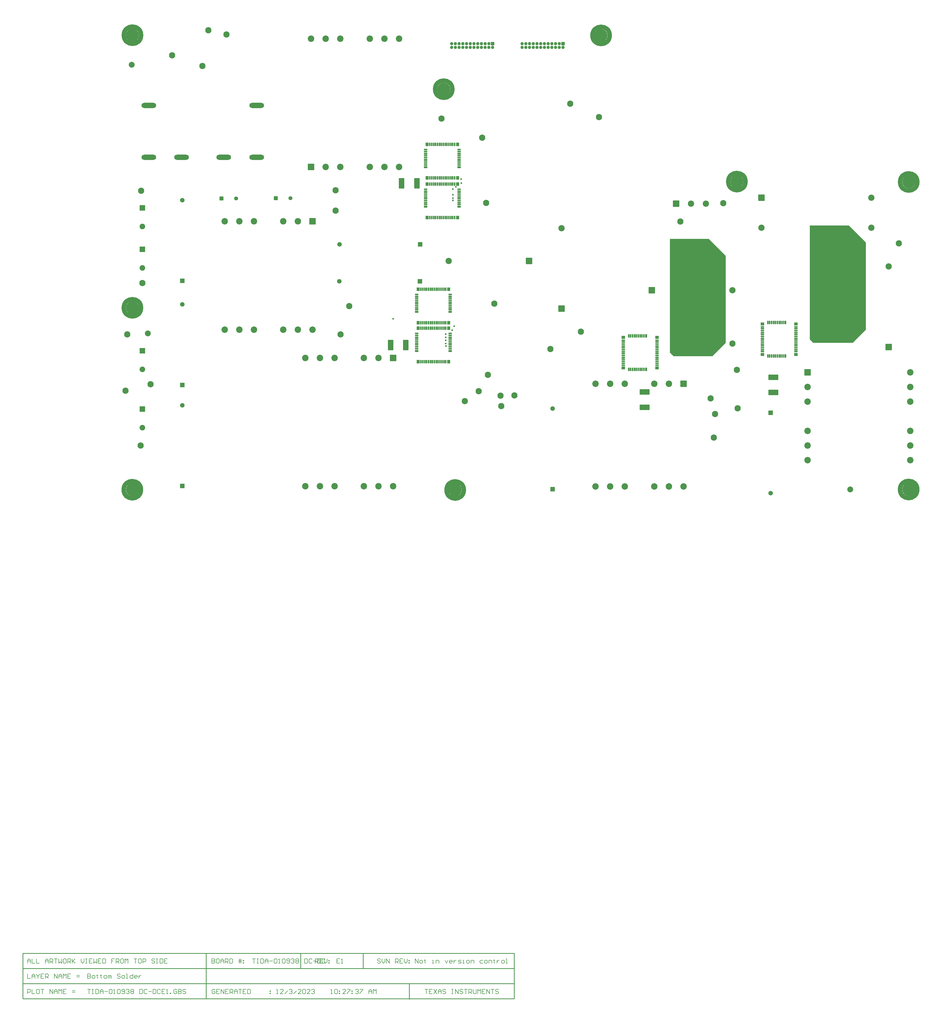
<source format=gbs>
G04*
G04 #@! TF.GenerationSoftware,Altium Limited,Altium Designer,23.1.1 (15)*
G04*
G04 Layer_Color=16711935*
%FSAX44Y44*%
%MOMM*%
G71*
G04*
G04 #@! TF.SameCoordinates,A3571568-9A21-437D-865F-2304E57EA7B7*
G04*
G04*
G04 #@! TF.FilePolarity,Negative*
G04*
G01*
G75*
%ADD22C,0.2540*%
%ADD28C,0.2032*%
%ADD97C,2.0000*%
%ADD101R,1.9000X1.9000*%
%ADD102C,1.9000*%
%ADD103C,2.1320*%
%ADD104C,1.1200*%
G04:AMPARAMS|DCode=105|XSize=1.12mm|YSize=1.12mm|CornerRadius=0.0504mm|HoleSize=0mm|Usage=FLASHONLY|Rotation=180.000|XOffset=0mm|YOffset=0mm|HoleType=Round|Shape=RoundedRectangle|*
%AMROUNDEDRECTD105*
21,1,1.1200,1.0192,0,0,180.0*
21,1,1.0192,1.1200,0,0,180.0*
1,1,0.1008,-0.5096,0.5096*
1,1,0.1008,0.5096,0.5096*
1,1,0.1008,0.5096,-0.5096*
1,1,0.1008,-0.5096,-0.5096*
%
%ADD105ROUNDEDRECTD105*%
G04:AMPARAMS|DCode=106|XSize=1.55mm|YSize=1.55mm|CornerRadius=0.0465mm|HoleSize=0mm|Usage=FLASHONLY|Rotation=90.000|XOffset=0mm|YOffset=0mm|HoleType=Round|Shape=RoundedRectangle|*
%AMROUNDEDRECTD106*
21,1,1.5500,1.4570,0,0,90.0*
21,1,1.4570,1.5500,0,0,90.0*
1,1,0.0930,0.7285,0.7285*
1,1,0.0930,0.7285,-0.7285*
1,1,0.0930,-0.7285,-0.7285*
1,1,0.0930,-0.7285,0.7285*
%
%ADD106ROUNDEDRECTD106*%
%ADD107C,1.5500*%
%ADD108C,1.3500*%
G04:AMPARAMS|DCode=109|XSize=1.35mm|YSize=1.35mm|CornerRadius=0.0472mm|HoleSize=0mm|Usage=FLASHONLY|Rotation=0.000|XOffset=0mm|YOffset=0mm|HoleType=Round|Shape=RoundedRectangle|*
%AMROUNDEDRECTD109*
21,1,1.3500,1.2555,0,0,0.0*
21,1,1.2555,1.3500,0,0,0.0*
1,1,0.0945,0.6278,-0.6278*
1,1,0.0945,-0.6278,-0.6278*
1,1,0.0945,-0.6278,0.6278*
1,1,0.0945,0.6278,0.6278*
%
%ADD109ROUNDEDRECTD109*%
G04:AMPARAMS|DCode=110|XSize=5mm|YSize=1.8mm|CornerRadius=0.9mm|HoleSize=0mm|Usage=FLASHONLY|Rotation=0.000|XOffset=0mm|YOffset=0mm|HoleType=Round|Shape=RoundedRectangle|*
%AMROUNDEDRECTD110*
21,1,5.0000,0.0000,0,0,0.0*
21,1,3.2000,1.8000,0,0,0.0*
1,1,1.8000,1.6000,0.0000*
1,1,1.8000,-1.6000,0.0000*
1,1,1.8000,-1.6000,0.0000*
1,1,1.8000,1.6000,0.0000*
%
%ADD110ROUNDEDRECTD110*%
G04:AMPARAMS|DCode=111|XSize=1.55mm|YSize=1.55mm|CornerRadius=0.0465mm|HoleSize=0mm|Usage=FLASHONLY|Rotation=180.000|XOffset=0mm|YOffset=0mm|HoleType=Round|Shape=RoundedRectangle|*
%AMROUNDEDRECTD111*
21,1,1.5500,1.4570,0,0,180.0*
21,1,1.4570,1.5500,0,0,180.0*
1,1,0.0930,-0.7285,0.7285*
1,1,0.0930,0.7285,0.7285*
1,1,0.0930,0.7285,-0.7285*
1,1,0.0930,-0.7285,-0.7285*
%
%ADD111ROUNDEDRECTD111*%
G04:AMPARAMS|DCode=112|XSize=2.15mm|YSize=2.15mm|CornerRadius=0.0538mm|HoleSize=0mm|Usage=FLASHONLY|Rotation=0.000|XOffset=0mm|YOffset=0mm|HoleType=Round|Shape=RoundedRectangle|*
%AMROUNDEDRECTD112*
21,1,2.1500,2.0425,0,0,0.0*
21,1,2.0425,2.1500,0,0,0.0*
1,1,0.1075,1.0213,-1.0213*
1,1,0.1075,-1.0213,-1.0213*
1,1,0.1075,-1.0213,1.0213*
1,1,0.1075,1.0213,1.0213*
%
%ADD112ROUNDEDRECTD112*%
%ADD113C,2.1500*%
%ADD114C,2.2000*%
G04:AMPARAMS|DCode=115|XSize=2.2mm|YSize=2.2mm|CornerRadius=0.055mm|HoleSize=0mm|Usage=FLASHONLY|Rotation=270.000|XOffset=0mm|YOffset=0mm|HoleType=Round|Shape=RoundedRectangle|*
%AMROUNDEDRECTD115*
21,1,2.2000,2.0900,0,0,270.0*
21,1,2.0900,2.2000,0,0,270.0*
1,1,0.1100,-1.0450,-1.0450*
1,1,0.1100,-1.0450,1.0450*
1,1,0.1100,1.0450,1.0450*
1,1,0.1100,1.0450,-1.0450*
%
%ADD115ROUNDEDRECTD115*%
G04:AMPARAMS|DCode=116|XSize=2.2mm|YSize=2.2mm|CornerRadius=0.055mm|HoleSize=0mm|Usage=FLASHONLY|Rotation=0.000|XOffset=0mm|YOffset=0mm|HoleType=Round|Shape=RoundedRectangle|*
%AMROUNDEDRECTD116*
21,1,2.2000,2.0900,0,0,0.0*
21,1,2.0900,2.2000,0,0,0.0*
1,1,0.1100,1.0450,-1.0450*
1,1,0.1100,-1.0450,-1.0450*
1,1,0.1100,-1.0450,1.0450*
1,1,0.1100,1.0450,1.0450*
%
%ADD116ROUNDEDRECTD116*%
%ADD117C,4.4000*%
G04:AMPARAMS|DCode=118|XSize=2.15mm|YSize=2.15mm|CornerRadius=0.0538mm|HoleSize=0mm|Usage=FLASHONLY|Rotation=90.000|XOffset=0mm|YOffset=0mm|HoleType=Round|Shape=RoundedRectangle|*
%AMROUNDEDRECTD118*
21,1,2.1500,2.0425,0,0,90.0*
21,1,2.0425,2.1500,0,0,90.0*
1,1,0.1075,1.0213,1.0213*
1,1,0.1075,1.0213,-1.0213*
1,1,0.1075,-1.0213,-1.0213*
1,1,0.1075,-1.0213,1.0213*
%
%ADD118ROUNDEDRECTD118*%
%ADD119C,0.6080*%
%ADD124C,1.5000*%
G04:AMPARAMS|DCode=125|XSize=1.15mm|YSize=1.1mm|CornerRadius=0.0495mm|HoleSize=0mm|Usage=FLASHONLY|Rotation=180.000|XOffset=0mm|YOffset=0mm|HoleType=Round|Shape=RoundedRectangle|*
%AMROUNDEDRECTD125*
21,1,1.1500,1.0010,0,0,180.0*
21,1,1.0510,1.1000,0,0,180.0*
1,1,0.0990,-0.5255,0.5005*
1,1,0.0990,0.5255,0.5005*
1,1,0.0990,0.5255,-0.5005*
1,1,0.0990,-0.5255,-0.5005*
%
%ADD125ROUNDEDRECTD125*%
G04:AMPARAMS|DCode=126|XSize=1.15mm|YSize=0.45mm|CornerRadius=0.0495mm|HoleSize=0mm|Usage=FLASHONLY|Rotation=180.000|XOffset=0mm|YOffset=0mm|HoleType=Round|Shape=RoundedRectangle|*
%AMROUNDEDRECTD126*
21,1,1.1500,0.3510,0,0,180.0*
21,1,1.0510,0.4500,0,0,180.0*
1,1,0.0990,-0.5255,0.1755*
1,1,0.0990,0.5255,0.1755*
1,1,0.0990,0.5255,-0.1755*
1,1,0.0990,-0.5255,-0.1755*
%
%ADD126ROUNDEDRECTD126*%
G04:AMPARAMS|DCode=127|XSize=0.665mm|YSize=1.15mm|CornerRadius=0.0499mm|HoleSize=0mm|Usage=FLASHONLY|Rotation=180.000|XOffset=0mm|YOffset=0mm|HoleType=Round|Shape=RoundedRectangle|*
%AMROUNDEDRECTD127*
21,1,0.6650,1.0502,0,0,180.0*
21,1,0.5653,1.1500,0,0,180.0*
1,1,0.0998,-0.2826,0.5251*
1,1,0.0998,0.2826,0.5251*
1,1,0.0998,0.2826,-0.5251*
1,1,0.0998,-0.2826,-0.5251*
%
%ADD127ROUNDEDRECTD127*%
G04:AMPARAMS|DCode=128|XSize=0.45mm|YSize=1.15mm|CornerRadius=0.0495mm|HoleSize=0mm|Usage=FLASHONLY|Rotation=180.000|XOffset=0mm|YOffset=0mm|HoleType=Round|Shape=RoundedRectangle|*
%AMROUNDEDRECTD128*
21,1,0.4500,1.0510,0,0,180.0*
21,1,0.3510,1.1500,0,0,180.0*
1,1,0.0990,-0.1755,0.5255*
1,1,0.0990,0.1755,0.5255*
1,1,0.0990,0.1755,-0.5255*
1,1,0.0990,-0.1755,-0.5255*
%
%ADD128ROUNDEDRECTD128*%
G04:AMPARAMS|DCode=129|XSize=0.665mm|YSize=1.15mm|CornerRadius=0.0499mm|HoleSize=0mm|Usage=FLASHONLY|Rotation=90.000|XOffset=0mm|YOffset=0mm|HoleType=Round|Shape=RoundedRectangle|*
%AMROUNDEDRECTD129*
21,1,0.6650,1.0502,0,0,90.0*
21,1,0.5653,1.1500,0,0,90.0*
1,1,0.0998,0.5251,0.2826*
1,1,0.0998,0.5251,-0.2826*
1,1,0.0998,-0.5251,-0.2826*
1,1,0.0998,-0.5251,0.2826*
%
%ADD129ROUNDEDRECTD129*%
G04:AMPARAMS|DCode=130|XSize=0.45mm|YSize=1.15mm|CornerRadius=0.0495mm|HoleSize=0mm|Usage=FLASHONLY|Rotation=90.000|XOffset=0mm|YOffset=0mm|HoleType=Round|Shape=RoundedRectangle|*
%AMROUNDEDRECTD130*
21,1,0.4500,1.0510,0,0,90.0*
21,1,0.3510,1.1500,0,0,90.0*
1,1,0.0990,0.5255,0.1755*
1,1,0.0990,0.5255,-0.1755*
1,1,0.0990,-0.5255,-0.1755*
1,1,0.0990,-0.5255,0.1755*
%
%ADD130ROUNDEDRECTD130*%
G04:AMPARAMS|DCode=131|XSize=1.15mm|YSize=1.1mm|CornerRadius=0.0495mm|HoleSize=0mm|Usage=FLASHONLY|Rotation=90.000|XOffset=0mm|YOffset=0mm|HoleType=Round|Shape=RoundedRectangle|*
%AMROUNDEDRECTD131*
21,1,1.1500,1.0010,0,0,90.0*
21,1,1.0510,1.1000,0,0,90.0*
1,1,0.0990,0.5005,0.5255*
1,1,0.0990,0.5005,-0.5255*
1,1,0.0990,-0.5005,-0.5255*
1,1,0.0990,-0.5005,0.5255*
%
%ADD131ROUNDEDRECTD131*%
G04:AMPARAMS|DCode=132|XSize=1.15mm|YSize=0.45mm|CornerRadius=0.0495mm|HoleSize=0mm|Usage=FLASHONLY|Rotation=90.000|XOffset=0mm|YOffset=0mm|HoleType=Round|Shape=RoundedRectangle|*
%AMROUNDEDRECTD132*
21,1,1.1500,0.3510,0,0,90.0*
21,1,1.0510,0.4500,0,0,90.0*
1,1,0.0990,0.1755,0.5255*
1,1,0.0990,0.1755,-0.5255*
1,1,0.0990,-0.1755,-0.5255*
1,1,0.0990,-0.1755,0.5255*
%
%ADD132ROUNDEDRECTD132*%
G04:AMPARAMS|DCode=133|XSize=1.8mm|YSize=3.4mm|CornerRadius=0.054mm|HoleSize=0mm|Usage=FLASHONLY|Rotation=90.000|XOffset=0mm|YOffset=0mm|HoleType=Round|Shape=RoundedRectangle|*
%AMROUNDEDRECTD133*
21,1,1.8000,3.2920,0,0,90.0*
21,1,1.6920,3.4000,0,0,90.0*
1,1,0.1080,1.6460,0.8460*
1,1,0.1080,1.6460,-0.8460*
1,1,0.1080,-1.6460,-0.8460*
1,1,0.1080,-1.6460,0.8460*
%
%ADD133ROUNDEDRECTD133*%
G04:AMPARAMS|DCode=136|XSize=1.9mm|YSize=3.5mm|CornerRadius=0.104mm|HoleSize=0mm|Usage=FLASHONLY|Rotation=0.000|XOffset=0mm|YOffset=0mm|HoleType=Round|Shape=RoundedRectangle|*
%AMROUNDEDRECTD136*
21,1,1.9000,3.2920,0,0,0.0*
21,1,1.6920,3.5000,0,0,0.0*
1,1,0.2080,0.8460,-1.6460*
1,1,0.2080,-0.8460,-1.6460*
1,1,0.2080,-0.8460,1.6460*
1,1,0.2080,0.8460,1.6460*
%
%ADD136ROUNDEDRECTD136*%
G36*
X02075714Y00848180D02*
X02075714Y00550480D01*
X02030650Y00505416D01*
X01896767D01*
X01884549Y00517634D01*
Y00905748D01*
X02018146D01*
X02075714Y00848180D01*
D02*
G37*
G36*
X02553489Y00893376D02*
X02553489Y00595677D01*
X02508425Y00550612D01*
X02374542D01*
X02362324Y00562830D01*
Y00950944D01*
X02495921D01*
X02553489Y00893376D01*
D02*
G37*
G54D22*
X00995108Y-01689560D02*
Y-01638040D01*
X00693102Y-01687909D02*
X01352740D01*
Y-01532969D01*
X00301942Y-01687909D02*
Y-01532969D01*
X-00324168Y-01687909D02*
Y-01532969D01*
X-00324041Y-01687909D02*
X00076136D01*
X-00324041D02*
Y-01532969D01*
Y-01532969D02*
X01352740D01*
X-00324168Y-01687909D02*
X00693102D01*
X-00324168Y-01636262D02*
X01352232D01*
X-00324168Y-01584616D02*
X01352740D01*
X00623760D02*
Y-01532969D01*
X00837120Y-01584616D02*
Y-01532969D01*
G54D28*
X-00103442Y-01602822D02*
Y-01618057D01*
X-00095824D01*
X-00093285Y-01615518D01*
Y-01612979D01*
X-00095824Y-01610440D01*
X-00103442D01*
X-00095824D01*
X-00093285Y-01607901D01*
Y-01605361D01*
X-00095824Y-01602822D01*
X-00103442D01*
X-00085668Y-01618057D02*
X-00080589D01*
X-00078050Y-01615518D01*
Y-01610440D01*
X-00080589Y-01607901D01*
X-00085668D01*
X-00088207Y-01610440D01*
Y-01615518D01*
X-00085668Y-01618057D01*
X-00070433Y-01605361D02*
Y-01607901D01*
X-00072972D01*
X-00067894D01*
X-00070433D01*
Y-01615518D01*
X-00067894Y-01618057D01*
X-00057737Y-01605361D02*
Y-01607901D01*
X-00060276D01*
X-00055198D01*
X-00057737D01*
Y-01615518D01*
X-00055198Y-01618057D01*
X-00045041D02*
X-00039962D01*
X-00037423Y-01615518D01*
Y-01610440D01*
X-00039962Y-01607901D01*
X-00045041D01*
X-00047580Y-01610440D01*
Y-01615518D01*
X-00045041Y-01618057D01*
X-00032345D02*
Y-01607901D01*
X-00029806D01*
X-00027267Y-01610440D01*
Y-01618057D01*
Y-01610440D01*
X-00024727Y-01607901D01*
X-00022188Y-01610440D01*
Y-01618057D01*
X00008282Y-01605361D02*
X00005743Y-01602822D01*
X00000664D01*
X-00001875Y-01605361D01*
Y-01607901D01*
X00000664Y-01610440D01*
X00005743D01*
X00008282Y-01612979D01*
Y-01615518D01*
X00005743Y-01618057D01*
X00000664D01*
X-00001875Y-01615518D01*
X00015899Y-01618057D02*
X00020978D01*
X00023517Y-01615518D01*
Y-01610440D01*
X00020978Y-01607901D01*
X00015899D01*
X00013360Y-01610440D01*
Y-01615518D01*
X00015899Y-01618057D01*
X00028595D02*
X00033674D01*
X00031135D01*
Y-01602822D01*
X00028595D01*
X00051448D02*
Y-01618057D01*
X00043830D01*
X00041291Y-01615518D01*
Y-01610440D01*
X00043830Y-01607901D01*
X00051448D01*
X00064144Y-01618057D02*
X00059065D01*
X00056526Y-01615518D01*
Y-01610440D01*
X00059065Y-01607901D01*
X00064144D01*
X00066683Y-01610440D01*
Y-01612979D01*
X00056526D01*
X00071761Y-01607901D02*
Y-01618057D01*
Y-01612979D01*
X00074300Y-01610440D01*
X00076840Y-01607901D01*
X00079379D01*
X01048702Y-01655106D02*
X01058859D01*
X01053780D01*
Y-01670341D01*
X01074094Y-01655106D02*
X01063937D01*
Y-01670341D01*
X01074094D01*
X01063937Y-01662724D02*
X01069015D01*
X01079172Y-01655106D02*
X01089329Y-01670341D01*
Y-01655106D02*
X01079172Y-01670341D01*
X01094407D02*
Y-01660184D01*
X01099486Y-01655106D01*
X01104564Y-01660184D01*
Y-01670341D01*
Y-01662724D01*
X01094407D01*
X01119799Y-01657645D02*
X01117260Y-01655106D01*
X01112181D01*
X01109642Y-01657645D01*
Y-01660184D01*
X01112181Y-01662724D01*
X01117260D01*
X01119799Y-01665263D01*
Y-01667802D01*
X01117260Y-01670341D01*
X01112181D01*
X01109642Y-01667802D01*
X01140113Y-01655106D02*
X01145191D01*
X01142652D01*
Y-01670341D01*
X01140113D01*
X01145191D01*
X01152808D02*
Y-01655106D01*
X01162965Y-01670341D01*
Y-01655106D01*
X01178200Y-01657645D02*
X01175661Y-01655106D01*
X01170583D01*
X01168043Y-01657645D01*
Y-01660184D01*
X01170583Y-01662724D01*
X01175661D01*
X01178200Y-01665263D01*
Y-01667802D01*
X01175661Y-01670341D01*
X01170583D01*
X01168043Y-01667802D01*
X01183279Y-01655106D02*
X01193435D01*
X01188357D01*
Y-01670341D01*
X01198514D02*
Y-01655106D01*
X01206131D01*
X01208670Y-01657645D01*
Y-01662724D01*
X01206131Y-01665263D01*
X01198514D01*
X01203592D02*
X01208670Y-01670341D01*
X01213749Y-01655106D02*
Y-01667802D01*
X01216288Y-01670341D01*
X01221366D01*
X01223905Y-01667802D01*
Y-01655106D01*
X01228984Y-01670341D02*
Y-01655106D01*
X01234062Y-01660184D01*
X01239140Y-01655106D01*
Y-01670341D01*
X01254376Y-01655106D02*
X01244219D01*
Y-01670341D01*
X01254376D01*
X01244219Y-01662724D02*
X01249297D01*
X01259454Y-01670341D02*
Y-01655106D01*
X01269611Y-01670341D01*
Y-01655106D01*
X01274689D02*
X01284846D01*
X01279767D01*
Y-01670341D01*
X01300081Y-01657645D02*
X01297542Y-01655106D01*
X01292463D01*
X01289924Y-01657645D01*
Y-01660184D01*
X01292463Y-01662724D01*
X01297542D01*
X01300081Y-01665263D01*
Y-01667802D01*
X01297542Y-01670341D01*
X01292463D01*
X01289924Y-01667802D01*
X00727519Y-01670341D02*
X00732597D01*
X00730058D01*
Y-01655106D01*
X00727519Y-01657645D01*
X00740215D02*
X00742754Y-01655106D01*
X00747832D01*
X00750372Y-01657645D01*
Y-01667802D01*
X00747832Y-01670341D01*
X00742754D01*
X00740215Y-01667802D01*
Y-01657645D01*
X00755450Y-01660184D02*
X00757989D01*
Y-01662724D01*
X00755450D01*
Y-01660184D01*
Y-01667802D02*
X00757989D01*
Y-01670341D01*
X00755450D01*
Y-01667802D01*
X00778303Y-01670341D02*
X00768146D01*
X00778303Y-01660184D01*
Y-01657645D01*
X00775763Y-01655106D01*
X00770685D01*
X00768146Y-01657645D01*
X00783381Y-01655106D02*
X00793538D01*
Y-01657645D01*
X00783381Y-01667802D01*
Y-01670341D01*
X00798616Y-01660184D02*
X00801155D01*
Y-01662724D01*
X00798616D01*
Y-01660184D01*
Y-01667802D02*
X00801155D01*
Y-01670341D01*
X00798616D01*
Y-01667802D01*
X00811312Y-01657645D02*
X00813851Y-01655106D01*
X00818929D01*
X00821469Y-01657645D01*
Y-01660184D01*
X00818929Y-01662724D01*
X00816390D01*
X00818929D01*
X00821469Y-01665263D01*
Y-01667802D01*
X00818929Y-01670341D01*
X00813851D01*
X00811312Y-01667802D01*
X00826547Y-01655106D02*
X00836704D01*
Y-01657645D01*
X00826547Y-01667802D01*
Y-01670341D01*
X00857017D02*
Y-01660184D01*
X00862095Y-01655106D01*
X00867174Y-01660184D01*
Y-01670341D01*
Y-01662724D01*
X00857017D01*
X00872252Y-01670341D02*
Y-01655106D01*
X00877330Y-01660184D01*
X00882409Y-01655106D01*
Y-01670341D01*
X-00308039D02*
Y-01655106D01*
X-00300421D01*
X-00297882Y-01657645D01*
Y-01662724D01*
X-00300421Y-01665263D01*
X-00308039D01*
X-00292804Y-01655106D02*
Y-01670341D01*
X-00282647D01*
X-00269951Y-01655106D02*
X-00275030D01*
X-00277569Y-01657645D01*
Y-01667802D01*
X-00275030Y-01670341D01*
X-00269951D01*
X-00267412Y-01667802D01*
Y-01657645D01*
X-00269951Y-01655106D01*
X-00262334D02*
X-00252177D01*
X-00257255D01*
Y-01670341D01*
X-00231864D02*
Y-01655106D01*
X-00221707Y-01670341D01*
Y-01655106D01*
X-00216628Y-01670341D02*
Y-01660184D01*
X-00211550Y-01655106D01*
X-00206472Y-01660184D01*
Y-01670341D01*
Y-01662724D01*
X-00216628D01*
X-00201394Y-01670341D02*
Y-01655106D01*
X-00196315Y-01660184D01*
X-00191237Y-01655106D01*
Y-01670341D01*
X-00176002Y-01655106D02*
X-00186158D01*
Y-01670341D01*
X-00176002D01*
X-00186158Y-01662724D02*
X-00181080D01*
X-00155688Y-01665263D02*
X-00145532D01*
X-00155688Y-01660184D02*
X-00145532D01*
X-00308039Y-01602822D02*
Y-01618057D01*
X-00297882D01*
X-00292804D02*
Y-01607901D01*
X-00287726Y-01602822D01*
X-00282647Y-01607901D01*
Y-01618057D01*
Y-01610440D01*
X-00292804D01*
X-00277569Y-01602822D02*
Y-01605361D01*
X-00272491Y-01610440D01*
X-00267412Y-01605361D01*
Y-01602822D01*
X-00272491Y-01610440D02*
Y-01618057D01*
X-00252177Y-01602822D02*
X-00262334D01*
Y-01618057D01*
X-00252177D01*
X-00262334Y-01610440D02*
X-00257255D01*
X-00247099Y-01618057D02*
Y-01602822D01*
X-00239481D01*
X-00236942Y-01605361D01*
Y-01610440D01*
X-00239481Y-01612979D01*
X-00247099D01*
X-00242020D02*
X-00236942Y-01618057D01*
X-00216628D02*
Y-01602822D01*
X-00206472Y-01618057D01*
Y-01602822D01*
X-00201394Y-01618057D02*
Y-01607901D01*
X-00196315Y-01602822D01*
X-00191237Y-01607901D01*
Y-01618057D01*
Y-01610440D01*
X-00201394D01*
X-00186158Y-01618057D02*
Y-01602822D01*
X-00181080Y-01607901D01*
X-00176002Y-01602822D01*
Y-01618057D01*
X-00160767Y-01602822D02*
X-00170923D01*
Y-01618057D01*
X-00160767D01*
X-00170923Y-01610440D02*
X-00165845D01*
X-00140453Y-01612979D02*
X-00130296D01*
X-00140453Y-01607901D02*
X-00130296D01*
X00320992Y-01551304D02*
Y-01566539D01*
X00328610D01*
X00331149Y-01564000D01*
Y-01561461D01*
X00328610Y-01558922D01*
X00320992D01*
X00328610D01*
X00331149Y-01556383D01*
Y-01553844D01*
X00328610Y-01551304D01*
X00320992D01*
X00343845D02*
X00338766D01*
X00336227Y-01553844D01*
Y-01564000D01*
X00338766Y-01566539D01*
X00343845D01*
X00346384Y-01564000D01*
Y-01553844D01*
X00343845Y-01551304D01*
X00351462Y-01566539D02*
Y-01556383D01*
X00356540Y-01551304D01*
X00361619Y-01556383D01*
Y-01566539D01*
Y-01558922D01*
X00351462D01*
X00366697Y-01566539D02*
Y-01551304D01*
X00374315D01*
X00376854Y-01553844D01*
Y-01558922D01*
X00374315Y-01561461D01*
X00366697D01*
X00371776D02*
X00376854Y-01566539D01*
X00381932Y-01551304D02*
Y-01566539D01*
X00389550D01*
X00392089Y-01564000D01*
Y-01553844D01*
X00389550Y-01551304D01*
X00381932D01*
X00414942Y-01566539D02*
Y-01551304D01*
X00420020D02*
Y-01566539D01*
X00412402Y-01556383D02*
X00420020D01*
X00422559D01*
X00412402Y-01561461D02*
X00422559D01*
X00427637Y-01556383D02*
X00430177D01*
Y-01558922D01*
X00427637D01*
Y-01556383D01*
Y-01564000D02*
X00430177D01*
Y-01566539D01*
X00427637D01*
Y-01564000D01*
X00459549Y-01551304D02*
X00469706D01*
X00464627D01*
Y-01566539D01*
X00474784Y-01551304D02*
X00479862D01*
X00477323D01*
Y-01566539D01*
X00474784D01*
X00479862D01*
X00487480Y-01551304D02*
Y-01566539D01*
X00495098D01*
X00497637Y-01564000D01*
Y-01553844D01*
X00495098Y-01551304D01*
X00487480D01*
X00502715Y-01566539D02*
Y-01556383D01*
X00507793Y-01551304D01*
X00512872Y-01556383D01*
Y-01566539D01*
Y-01558922D01*
X00502715D01*
X00517950D02*
X00528107D01*
X00533185Y-01553844D02*
X00535724Y-01551304D01*
X00540803D01*
X00543342Y-01553844D01*
Y-01564000D01*
X00540803Y-01566539D01*
X00535724D01*
X00533185Y-01564000D01*
Y-01553844D01*
X00548420Y-01566539D02*
X00553499D01*
X00550960D01*
Y-01551304D01*
X00548420Y-01553844D01*
X00561116D02*
X00563655Y-01551304D01*
X00568734D01*
X00571273Y-01553844D01*
Y-01564000D01*
X00568734Y-01566539D01*
X00563655D01*
X00561116Y-01564000D01*
Y-01553844D01*
X00576351Y-01564000D02*
X00578890Y-01566539D01*
X00583969D01*
X00586508Y-01564000D01*
Y-01553844D01*
X00583969Y-01551304D01*
X00578890D01*
X00576351Y-01553844D01*
Y-01556383D01*
X00578890Y-01558922D01*
X00586508D01*
X00591586Y-01553844D02*
X00594126Y-01551304D01*
X00599204D01*
X00601743Y-01553844D01*
Y-01556383D01*
X00599204Y-01558922D01*
X00596665D01*
X00599204D01*
X00601743Y-01561461D01*
Y-01564000D01*
X00599204Y-01566539D01*
X00594126D01*
X00591586Y-01564000D01*
X00606821Y-01553844D02*
X00609361Y-01551304D01*
X00614439D01*
X00616978Y-01553844D01*
Y-01556383D01*
X00614439Y-01558922D01*
X00616978Y-01561461D01*
Y-01564000D01*
X00614439Y-01566539D01*
X00609361D01*
X00606821Y-01564000D01*
Y-01561461D01*
X00609361Y-01558922D01*
X00606821Y-01556383D01*
Y-01553844D01*
X00609361Y-01558922D02*
X00614439D01*
X00637291Y-01551304D02*
Y-01566539D01*
X00644909D01*
X00647448Y-01564000D01*
Y-01553844D01*
X00644909Y-01551304D01*
X00637291D01*
X00662683Y-01553844D02*
X00660144Y-01551304D01*
X00655066D01*
X00652527Y-01553844D01*
Y-01564000D01*
X00655066Y-01566539D01*
X00660144D01*
X00662683Y-01564000D01*
X00667762Y-01558922D02*
X00677918D01*
X00682997Y-01551304D02*
Y-01566539D01*
X00690614D01*
X00693154Y-01564000D01*
Y-01553844D01*
X00690614Y-01551304D01*
X00682997D01*
X00708389Y-01553844D02*
X00705849Y-01551304D01*
X00700771D01*
X00698232Y-01553844D01*
Y-01564000D01*
X00700771Y-01566539D01*
X00705849D01*
X00708389Y-01564000D01*
X00758250Y-01551304D02*
X00748093D01*
Y-01566539D01*
X00758250D01*
X00748093Y-01558922D02*
X00753171D01*
X00763328Y-01566539D02*
X00768406D01*
X00765867D01*
Y-01551304D01*
X00763328Y-01553844D01*
X-00308039Y-01566539D02*
Y-01556383D01*
X-00302961Y-01551304D01*
X-00297882Y-01556383D01*
Y-01566539D01*
Y-01558922D01*
X-00308039D01*
X-00292804Y-01551304D02*
Y-01566539D01*
X-00282647D01*
X-00277569Y-01551304D02*
Y-01566539D01*
X-00267412D01*
X-00247099D02*
Y-01556383D01*
X-00242020Y-01551304D01*
X-00236942Y-01556383D01*
Y-01566539D01*
Y-01558922D01*
X-00247099D01*
X-00231864Y-01566539D02*
Y-01551304D01*
X-00224246D01*
X-00221707Y-01553844D01*
Y-01558922D01*
X-00224246Y-01561461D01*
X-00231864D01*
X-00226785D02*
X-00221707Y-01566539D01*
X-00216628Y-01551304D02*
X-00206472D01*
X-00211550D01*
Y-01566539D01*
X-00201394Y-01551304D02*
Y-01566539D01*
X-00196315Y-01561461D01*
X-00191237Y-01566539D01*
Y-01551304D01*
X-00178541D02*
X-00183619D01*
X-00186158Y-01553844D01*
Y-01564000D01*
X-00183619Y-01566539D01*
X-00178541D01*
X-00176002Y-01564000D01*
Y-01553844D01*
X-00178541Y-01551304D01*
X-00170923Y-01566539D02*
Y-01551304D01*
X-00163306D01*
X-00160767Y-01553844D01*
Y-01558922D01*
X-00163306Y-01561461D01*
X-00170923D01*
X-00165845D02*
X-00160767Y-01566539D01*
X-00155688Y-01551304D02*
Y-01566539D01*
Y-01561461D01*
X-00145532Y-01551304D01*
X-00153149Y-01558922D01*
X-00145532Y-01566539D01*
X-00125218Y-01551304D02*
Y-01561461D01*
X-00120140Y-01566539D01*
X-00115061Y-01561461D01*
Y-01551304D01*
X-00109983D02*
X-00104905D01*
X-00107444D01*
Y-01566539D01*
X-00109983D01*
X-00104905D01*
X-00087130Y-01551304D02*
X-00097287D01*
Y-01566539D01*
X-00087130D01*
X-00097287Y-01558922D02*
X-00092209D01*
X-00082052Y-01551304D02*
Y-01566539D01*
X-00076974Y-01561461D01*
X-00071895Y-01566539D01*
Y-01551304D01*
X-00056660D02*
X-00066817D01*
Y-01566539D01*
X-00056660D01*
X-00066817Y-01558922D02*
X-00061739D01*
X-00051582Y-01551304D02*
Y-01566539D01*
X-00043964D01*
X-00041425Y-01564000D01*
Y-01553844D01*
X-00043964Y-01551304D01*
X-00051582D01*
X-00010955D02*
X-00021112D01*
Y-01558922D01*
X-00016033D01*
X-00021112D01*
Y-01566539D01*
X-00005877D02*
Y-01551304D01*
X00001741D01*
X00004280Y-01553844D01*
Y-01558922D01*
X00001741Y-01561461D01*
X-00005877D01*
X-00000798D02*
X00004280Y-01566539D01*
X00016976Y-01551304D02*
X00011897D01*
X00009358Y-01553844D01*
Y-01564000D01*
X00011897Y-01566539D01*
X00016976D01*
X00019515Y-01564000D01*
Y-01553844D01*
X00016976Y-01551304D01*
X00024593Y-01566539D02*
Y-01551304D01*
X00029672Y-01556383D01*
X00034750Y-01551304D01*
Y-01566539D01*
X00055064Y-01551304D02*
X00065220D01*
X00060142D01*
Y-01566539D01*
X00077916Y-01551304D02*
X00072838D01*
X00070299Y-01553844D01*
Y-01564000D01*
X00072838Y-01566539D01*
X00077916D01*
X00080455Y-01564000D01*
Y-01553844D01*
X00077916Y-01551304D01*
X00085534Y-01566539D02*
Y-01551304D01*
X00093151D01*
X00095690Y-01553844D01*
Y-01558922D01*
X00093151Y-01561461D01*
X00085534D01*
X00126161Y-01553844D02*
X00123621Y-01551304D01*
X00118543D01*
X00116004Y-01553844D01*
Y-01556383D01*
X00118543Y-01558922D01*
X00123621D01*
X00126161Y-01561461D01*
Y-01564000D01*
X00123621Y-01566539D01*
X00118543D01*
X00116004Y-01564000D01*
X00131239Y-01551304D02*
X00136317D01*
X00133778D01*
Y-01566539D01*
X00131239D01*
X00136317D01*
X00143935Y-01551304D02*
Y-01566539D01*
X00151552D01*
X00154092Y-01564000D01*
Y-01553844D01*
X00151552Y-01551304D01*
X00143935D01*
X00169327D02*
X00159170D01*
Y-01566539D01*
X00169327D01*
X00159170Y-01558922D02*
X00164248D01*
X00331657Y-01657645D02*
X00329118Y-01655106D01*
X00324039D01*
X00321500Y-01657645D01*
Y-01667802D01*
X00324039Y-01670341D01*
X00329118D01*
X00331657Y-01667802D01*
Y-01662724D01*
X00326578D01*
X00346892Y-01655106D02*
X00336735D01*
Y-01670341D01*
X00346892D01*
X00336735Y-01662724D02*
X00341813D01*
X00351970Y-01670341D02*
Y-01655106D01*
X00362127Y-01670341D01*
Y-01655106D01*
X00377362D02*
X00367205D01*
Y-01670341D01*
X00377362D01*
X00367205Y-01662724D02*
X00372284D01*
X00382440Y-01670341D02*
Y-01655106D01*
X00390058D01*
X00392597Y-01657645D01*
Y-01662724D01*
X00390058Y-01665263D01*
X00382440D01*
X00387519D02*
X00392597Y-01670341D01*
X00397675D02*
Y-01660184D01*
X00402754Y-01655106D01*
X00407832Y-01660184D01*
Y-01670341D01*
Y-01662724D01*
X00397675D01*
X00412910Y-01655106D02*
X00423067D01*
X00417989D01*
Y-01670341D01*
X00438302Y-01655106D02*
X00428145D01*
Y-01670341D01*
X00438302D01*
X00428145Y-01662724D02*
X00433224D01*
X00443381Y-01655106D02*
Y-01670341D01*
X00450998D01*
X00453537Y-01667802D01*
Y-01657645D01*
X00450998Y-01655106D01*
X00443381D01*
X00519556Y-01660184D02*
X00522095D01*
Y-01662724D01*
X00519556D01*
Y-01660184D01*
Y-01667802D02*
X00522095D01*
Y-01670341D01*
X00519556D01*
Y-01667802D01*
X00542353Y-01670341D02*
X00547431D01*
X00544892D01*
Y-01655106D01*
X00542353Y-01657645D01*
X00565206Y-01670341D02*
X00555049D01*
X00565206Y-01660184D01*
Y-01657645D01*
X00562666Y-01655106D01*
X00557588D01*
X00555049Y-01657645D01*
X00570284Y-01670341D02*
X00580441Y-01660184D01*
X00585519Y-01657645D02*
X00588058Y-01655106D01*
X00593137D01*
X00595676Y-01657645D01*
Y-01660184D01*
X00593137Y-01662724D01*
X00590597D01*
X00593137D01*
X00595676Y-01665263D01*
Y-01667802D01*
X00593137Y-01670341D01*
X00588058D01*
X00585519Y-01667802D01*
X00600754Y-01670341D02*
X00610911Y-01660184D01*
X00626146Y-01670341D02*
X00615989D01*
X00626146Y-01660184D01*
Y-01657645D01*
X00623607Y-01655106D01*
X00618528D01*
X00615989Y-01657645D01*
X00631224D02*
X00633764Y-01655106D01*
X00638842D01*
X00641381Y-01657645D01*
Y-01667802D01*
X00638842Y-01670341D01*
X00633764D01*
X00631224Y-01667802D01*
Y-01657645D01*
X00656616Y-01670341D02*
X00646459D01*
X00656616Y-01660184D01*
Y-01657645D01*
X00654077Y-01655106D01*
X00648998D01*
X00646459Y-01657645D01*
X00661694D02*
X00664234Y-01655106D01*
X00669312D01*
X00671851Y-01657645D01*
Y-01660184D01*
X00669312Y-01662724D01*
X00666773D01*
X00669312D01*
X00671851Y-01665263D01*
Y-01667802D01*
X00669312Y-01670341D01*
X00664234D01*
X00661694Y-01667802D01*
X-00103442Y-01655106D02*
X-00093285D01*
X-00098364D01*
Y-01670341D01*
X-00088207Y-01655106D02*
X-00083129D01*
X-00085668D01*
Y-01670341D01*
X-00088207D01*
X-00083129D01*
X-00075511Y-01655106D02*
Y-01670341D01*
X-00067894D01*
X-00065354Y-01667802D01*
Y-01657645D01*
X-00067894Y-01655106D01*
X-00075511D01*
X-00060276Y-01670341D02*
Y-01660184D01*
X-00055198Y-01655106D01*
X-00050119Y-01660184D01*
Y-01670341D01*
Y-01662724D01*
X-00060276D01*
X-00045041D02*
X-00034884D01*
X-00029806Y-01657645D02*
X-00027267Y-01655106D01*
X-00022188D01*
X-00019649Y-01657645D01*
Y-01667802D01*
X-00022188Y-01670341D01*
X-00027267D01*
X-00029806Y-01667802D01*
Y-01657645D01*
X-00014571Y-01670341D02*
X-00009492D01*
X-00012032D01*
Y-01655106D01*
X-00014571Y-01657645D01*
X-00001875D02*
X00000664Y-01655106D01*
X00005743D01*
X00008282Y-01657645D01*
Y-01667802D01*
X00005743Y-01670341D01*
X00000664D01*
X-00001875Y-01667802D01*
Y-01657645D01*
X00013360Y-01667802D02*
X00015899Y-01670341D01*
X00020978D01*
X00023517Y-01667802D01*
Y-01657645D01*
X00020978Y-01655106D01*
X00015899D01*
X00013360Y-01657645D01*
Y-01660184D01*
X00015899Y-01662724D01*
X00023517D01*
X00028595Y-01657645D02*
X00031135Y-01655106D01*
X00036213D01*
X00038752Y-01657645D01*
Y-01660184D01*
X00036213Y-01662724D01*
X00033674D01*
X00036213D01*
X00038752Y-01665263D01*
Y-01667802D01*
X00036213Y-01670341D01*
X00031135D01*
X00028595Y-01667802D01*
X00043830Y-01657645D02*
X00046370Y-01655106D01*
X00051448D01*
X00053987Y-01657645D01*
Y-01660184D01*
X00051448Y-01662724D01*
X00053987Y-01665263D01*
Y-01667802D01*
X00051448Y-01670341D01*
X00046370D01*
X00043830Y-01667802D01*
Y-01665263D01*
X00046370Y-01662724D01*
X00043830Y-01660184D01*
Y-01657645D01*
X00046370Y-01662724D02*
X00051448D01*
X00074300Y-01655106D02*
Y-01670341D01*
X00081918D01*
X00084457Y-01667802D01*
Y-01657645D01*
X00081918Y-01655106D01*
X00074300D01*
X00099692Y-01657645D02*
X00097153Y-01655106D01*
X00092075D01*
X00089536Y-01657645D01*
Y-01667802D01*
X00092075Y-01670341D01*
X00097153D01*
X00099692Y-01667802D01*
X00104771Y-01662724D02*
X00114927D01*
X00120006Y-01655106D02*
Y-01670341D01*
X00127623D01*
X00130162Y-01667802D01*
Y-01657645D01*
X00127623Y-01655106D01*
X00120006D01*
X00145398Y-01657645D02*
X00142858Y-01655106D01*
X00137780D01*
X00135241Y-01657645D01*
Y-01667802D01*
X00137780Y-01670341D01*
X00142858D01*
X00145398Y-01667802D01*
X00160633Y-01655106D02*
X00150476D01*
Y-01670341D01*
X00160633D01*
X00150476Y-01662724D02*
X00155554D01*
X00165711Y-01670341D02*
X00170789D01*
X00168250D01*
Y-01655106D01*
X00165711Y-01657645D01*
X00178407Y-01670341D02*
Y-01667802D01*
X00180946D01*
Y-01670341D01*
X00178407D01*
X00201259Y-01657645D02*
X00198720Y-01655106D01*
X00193642D01*
X00191103Y-01657645D01*
Y-01667802D01*
X00193642Y-01670341D01*
X00198720D01*
X00201259Y-01667802D01*
Y-01662724D01*
X00196181D01*
X00206338Y-01655106D02*
Y-01670341D01*
X00213955D01*
X00216495Y-01667802D01*
Y-01665263D01*
X00213955Y-01662724D01*
X00206338D01*
X00213955D01*
X00216495Y-01660184D01*
Y-01657645D01*
X00213955Y-01655106D01*
X00206338D01*
X00231730Y-01657645D02*
X00229190Y-01655106D01*
X00224112D01*
X00221573Y-01657645D01*
Y-01660184D01*
X00224112Y-01662724D01*
X00229190D01*
X00231730Y-01665263D01*
Y-01667802D01*
X00229190Y-01670341D01*
X00224112D01*
X00221573Y-01667802D01*
X00674052Y-01566539D02*
Y-01551304D01*
X00681670D01*
X00684209Y-01553844D01*
Y-01558922D01*
X00681670Y-01561461D01*
X00674052D01*
X00679130D02*
X00684209Y-01566539D01*
X00699444Y-01551304D02*
X00689287D01*
Y-01566539D01*
X00699444D01*
X00689287Y-01558922D02*
X00694365D01*
X00704522Y-01551304D02*
Y-01561461D01*
X00709601Y-01566539D01*
X00714679Y-01561461D01*
Y-01551304D01*
X00719757Y-01556383D02*
X00722296D01*
Y-01558922D01*
X00719757D01*
Y-01556383D01*
Y-01564000D02*
X00722296D01*
Y-01566539D01*
X00719757D01*
Y-01564000D01*
X00897061Y-01553844D02*
X00894522Y-01551304D01*
X00889443D01*
X00886904Y-01553844D01*
Y-01556383D01*
X00889443Y-01558922D01*
X00894522D01*
X00897061Y-01561461D01*
Y-01564000D01*
X00894522Y-01566539D01*
X00889443D01*
X00886904Y-01564000D01*
X00902139Y-01551304D02*
Y-01561461D01*
X00907217Y-01566539D01*
X00912296Y-01561461D01*
Y-01551304D01*
X00917374Y-01566539D02*
Y-01551304D01*
X00927531Y-01566539D01*
Y-01551304D01*
X00947844Y-01566539D02*
Y-01551304D01*
X00955462D01*
X00958001Y-01553844D01*
Y-01558922D01*
X00955462Y-01561461D01*
X00947844D01*
X00952923D02*
X00958001Y-01566539D01*
X00973236Y-01551304D02*
X00963079D01*
Y-01566539D01*
X00973236D01*
X00963079Y-01558922D02*
X00968158D01*
X00978315Y-01551304D02*
Y-01561461D01*
X00983393Y-01566539D01*
X00988471Y-01561461D01*
Y-01551304D01*
X00993549Y-01556383D02*
X00996089D01*
Y-01558922D01*
X00993549D01*
Y-01556383D01*
Y-01564000D02*
X00996089D01*
Y-01566539D01*
X00993549D01*
Y-01564000D01*
X01015428Y-01566539D02*
Y-01551304D01*
X01025585Y-01566539D01*
Y-01551304D01*
X01033202Y-01566539D02*
X01038281D01*
X01040820Y-01564000D01*
Y-01558922D01*
X01038281Y-01556383D01*
X01033202D01*
X01030663Y-01558922D01*
Y-01564000D01*
X01033202Y-01566539D01*
X01048437Y-01553844D02*
Y-01556383D01*
X01045898D01*
X01050976D01*
X01048437D01*
Y-01564000D01*
X01050976Y-01566539D01*
X01073829D02*
X01078907D01*
X01076368D01*
Y-01556383D01*
X01073829D01*
X01086525Y-01566539D02*
Y-01556383D01*
X01094143D01*
X01096682Y-01558922D01*
Y-01566539D01*
X01116995Y-01556383D02*
X01122074Y-01566539D01*
X01127152Y-01556383D01*
X01139848Y-01566539D02*
X01134769D01*
X01132230Y-01564000D01*
Y-01558922D01*
X01134769Y-01556383D01*
X01139848D01*
X01142387Y-01558922D01*
Y-01561461D01*
X01132230D01*
X01147465Y-01556383D02*
Y-01566539D01*
Y-01561461D01*
X01150005Y-01558922D01*
X01152544Y-01556383D01*
X01155083D01*
X01162700Y-01566539D02*
X01170318D01*
X01172857Y-01564000D01*
X01170318Y-01561461D01*
X01165240D01*
X01162700Y-01558922D01*
X01165240Y-01556383D01*
X01172857D01*
X01177935Y-01566539D02*
X01183014D01*
X01180475D01*
Y-01556383D01*
X01177935D01*
X01193170Y-01566539D02*
X01198249D01*
X01200788Y-01564000D01*
Y-01558922D01*
X01198249Y-01556383D01*
X01193170D01*
X01190631Y-01558922D01*
Y-01564000D01*
X01193170Y-01566539D01*
X01205866D02*
Y-01556383D01*
X01213484D01*
X01216023Y-01558922D01*
Y-01566539D01*
X01246493Y-01556383D02*
X01238876D01*
X01236337Y-01558922D01*
Y-01564000D01*
X01238876Y-01566539D01*
X01246493D01*
X01254111D02*
X01259189D01*
X01261728Y-01564000D01*
Y-01558922D01*
X01259189Y-01556383D01*
X01254111D01*
X01251572Y-01558922D01*
Y-01564000D01*
X01254111Y-01566539D01*
X01266807D02*
Y-01556383D01*
X01274424D01*
X01276963Y-01558922D01*
Y-01566539D01*
X01284581Y-01553844D02*
Y-01556383D01*
X01282042D01*
X01287120D01*
X01284581D01*
Y-01564000D01*
X01287120Y-01566539D01*
X01294738Y-01556383D02*
Y-01566539D01*
Y-01561461D01*
X01297277Y-01558922D01*
X01299816Y-01556383D01*
X01302355D01*
X01312512Y-01566539D02*
X01317590D01*
X01320129Y-01564000D01*
Y-01558922D01*
X01317590Y-01556383D01*
X01312512D01*
X01309973Y-01558922D01*
Y-01564000D01*
X01312512Y-01566539D01*
X01325208D02*
X01330286D01*
X01327747D01*
Y-01551304D01*
X01325208D01*
G54D97*
X02500000Y00050346D02*
D03*
X00047928Y01500000D02*
D03*
X00102805Y00583378D02*
D03*
G54D101*
X00084180Y01011734D02*
D03*
Y00523792D02*
D03*
Y00324766D02*
D03*
Y00870316D02*
D03*
G54D102*
Y00948234D02*
D03*
Y00460292D02*
D03*
Y00261266D02*
D03*
Y00806816D02*
D03*
G54D103*
Y00755215D02*
D03*
X01544554Y01367245D02*
D03*
X01580589Y00588704D02*
D03*
X01257781Y01028749D02*
D03*
X01284987Y00684654D02*
D03*
X01476834Y00529806D02*
D03*
X01263620Y00441410D02*
D03*
X02097879Y00548123D02*
D03*
X02116004Y00327768D02*
D03*
X02034470Y00227654D02*
D03*
X02665977Y00890000D02*
D03*
X02113836Y00458870D02*
D03*
X02023376Y00360835D02*
D03*
X00743387Y01071997D02*
D03*
X00743330Y01001802D02*
D03*
X01244010Y01250973D02*
D03*
X00789823Y00675786D02*
D03*
X00760333Y00579948D02*
D03*
X01354268Y00371689D02*
D03*
X00308802Y01617663D02*
D03*
X01184782Y00352332D02*
D03*
X01232176Y00385931D02*
D03*
X01306291Y00370139D02*
D03*
X00289183Y01495894D02*
D03*
X00185521Y01532308D02*
D03*
X01105427Y01316220D02*
D03*
X02039110Y00307899D02*
D03*
X00371253Y01603353D02*
D03*
X01642802Y01321685D02*
D03*
X01309250Y00334585D02*
D03*
X00032473Y00580000D02*
D03*
X01920000Y00964771D02*
D03*
X00111510Y00409872D02*
D03*
X02066674Y01027913D02*
D03*
X00026069Y00387250D02*
D03*
X00078363Y00200500D02*
D03*
X00080056Y01069741D02*
D03*
G54D104*
X01380150Y01558960D02*
D03*
X01392850D02*
D03*
X01405550D02*
D03*
X01418250D02*
D03*
X01430950D02*
D03*
X01443650D02*
D03*
X01456350D02*
D03*
X01469050D02*
D03*
X01481750D02*
D03*
X01494450D02*
D03*
X01507150D02*
D03*
X01519850D02*
D03*
X01380150Y01571660D02*
D03*
X01392850D02*
D03*
X01405550D02*
D03*
X01418250D02*
D03*
X01430950D02*
D03*
X01443650D02*
D03*
X01456350D02*
D03*
X01469050D02*
D03*
X01481750D02*
D03*
X01494450D02*
D03*
X01507150D02*
D03*
X01140150Y01558962D02*
D03*
X01152850D02*
D03*
X01165550D02*
D03*
X01178250D02*
D03*
X01190950D02*
D03*
X01203650D02*
D03*
X01216350D02*
D03*
X01229050D02*
D03*
X01241750D02*
D03*
X01254450D02*
D03*
X01267150D02*
D03*
X01279850D02*
D03*
X01140150Y01571662D02*
D03*
X01152850D02*
D03*
X01165550D02*
D03*
X01178250D02*
D03*
X01190950D02*
D03*
X01203650D02*
D03*
X01216350D02*
D03*
X01229050D02*
D03*
X01241750D02*
D03*
X01254450D02*
D03*
X01267150D02*
D03*
G54D105*
X01519850Y01571660D02*
D03*
X01279850Y01571662D02*
D03*
G54D106*
X00220000Y00062500D02*
D03*
X02228567Y00312460D02*
D03*
X00220000Y00762500D02*
D03*
X01484394Y00051435D02*
D03*
X00220000Y00407250D02*
D03*
G54D107*
Y00337500D02*
D03*
X02228567Y00037460D02*
D03*
X00756421Y00760819D02*
D03*
X00220000Y01037500D02*
D03*
X01484394Y00326435D02*
D03*
X00220000Y00682250D02*
D03*
X00756921Y00887298D02*
D03*
G54D108*
X00589750Y01044434D02*
D03*
X00404100Y01043369D02*
D03*
G54D109*
X00539750Y01044434D02*
D03*
X00354100Y01043369D02*
D03*
G54D110*
X00218000Y01184000D02*
D03*
X00362000D02*
D03*
X00106000D02*
D03*
X00474000D02*
D03*
X00106000Y01361000D02*
D03*
X00474000D02*
D03*
G54D111*
X01031421Y00760819D02*
D03*
X01031921Y00887298D02*
D03*
G54D112*
X02197500Y01046000D02*
D03*
X01823347Y00730000D02*
D03*
X01905700Y01026250D02*
D03*
X01404335Y00830000D02*
D03*
G54D113*
X02572500Y01046000D02*
D03*
X02197500Y00944000D02*
D03*
X02572500D02*
D03*
X02098347Y00730000D02*
D03*
X02007300Y01026250D02*
D03*
X01956500D02*
D03*
X01129335Y00830000D02*
D03*
X01514793Y00942385D02*
D03*
X02631335Y00811557D02*
D03*
G54D114*
X00664750Y00596109D02*
D03*
X00614750D02*
D03*
X00564750D02*
D03*
X00464750D02*
D03*
X00414750D02*
D03*
X00364750D02*
D03*
Y00966109D02*
D03*
X00414750D02*
D03*
X00464750D02*
D03*
X00564750D02*
D03*
X00614750D02*
D03*
X00940000Y00061580D02*
D03*
X00890000D02*
D03*
X00840000D02*
D03*
X00740000D02*
D03*
X00690000D02*
D03*
X00640000D02*
D03*
Y00499580D02*
D03*
X00690000D02*
D03*
X00740000D02*
D03*
X00840000D02*
D03*
X00890000D02*
D03*
X02355026Y00400000D02*
D03*
Y00350000D02*
D03*
Y00250000D02*
D03*
Y00200000D02*
D03*
Y00150000D02*
D03*
X02705026D02*
D03*
Y00200000D02*
D03*
Y00250000D02*
D03*
Y00350000D02*
D03*
Y00400000D02*
D03*
Y00450000D02*
D03*
X01931100Y00061000D02*
D03*
X01881100D02*
D03*
X01831100D02*
D03*
X01731100D02*
D03*
X01681100D02*
D03*
X01631100D02*
D03*
Y00411000D02*
D03*
X01681100D02*
D03*
X01731100D02*
D03*
X01831100D02*
D03*
X01881100D02*
D03*
X00660000Y01589000D02*
D03*
X00710000D02*
D03*
X00760000D02*
D03*
X00860000D02*
D03*
X00910000D02*
D03*
X00960000D02*
D03*
Y01151000D02*
D03*
X00910000D02*
D03*
X00860000D02*
D03*
X00760000D02*
D03*
X00710000D02*
D03*
G54D115*
X00664750Y00966109D02*
D03*
X00940000Y00499580D02*
D03*
X01931100Y00411000D02*
D03*
X00660000Y01151000D02*
D03*
G54D116*
X02355026Y00450000D02*
D03*
G54D117*
X00050004Y00670459D02*
D03*
X01151838Y00048695D02*
D03*
X02113431Y01101228D02*
D03*
X01649855Y01600172D02*
D03*
X00050173Y01600894D02*
D03*
X00049716Y00049603D02*
D03*
X02699805Y00050346D02*
D03*
X02700000Y01100000D02*
D03*
X01112771Y01416528D02*
D03*
G54D118*
X01514793Y00667385D02*
D03*
X02631335Y00536557D02*
D03*
G54D119*
X01144198Y01076208D02*
D03*
Y01037161D02*
D03*
Y01056012D02*
D03*
Y01044560D02*
D03*
X01120088Y00539677D02*
D03*
X00939633Y00632700D02*
D03*
X01148431Y00607975D02*
D03*
X01172623Y01096114D02*
D03*
X01141336Y00593791D02*
D03*
X01153897Y01083345D02*
D03*
X01171537Y01109994D02*
D03*
X01119813Y00548607D02*
D03*
Y00580140D02*
D03*
Y00569629D02*
D03*
Y00559118D02*
D03*
G54D124*
X00079504Y00670459D02*
G03*
X00079504Y00670459I-00029500J00000000D01*
G01*
X01181338Y00048695D02*
G03*
X01181338Y00048695I-00029500J00000000D01*
G01*
X02142931Y01101228D02*
G03*
X02142931Y01101228I-00029500J00000000D01*
G01*
X01679355Y01600172D02*
G03*
X01679355Y01600172I-00029500J00000000D01*
G01*
X00079673Y01600894D02*
G03*
X00079673Y01600894I-00029500J00000000D01*
G01*
X00079216Y00049603D02*
G03*
X00079216Y00049603I-00029500J00000000D01*
G01*
X02729305Y00050346D02*
G03*
X02729305Y00050346I-00029500J00000000D01*
G01*
X02729500Y01100000D02*
G03*
X02729500Y01100000I-00029500J00000000D01*
G01*
X01142271Y01416528D02*
G03*
X01142271Y01416528I-00029500J00000000D01*
G01*
G54D125*
X02315317Y00615103D02*
D03*
Y00511103D02*
D03*
X02200817D02*
D03*
Y00615103D02*
D03*
X01725906Y00569345D02*
D03*
Y00465345D02*
D03*
X01840406D02*
D03*
Y00569345D02*
D03*
G54D126*
X02315317Y00605353D02*
D03*
Y00598853D02*
D03*
Y00592353D02*
D03*
Y00585853D02*
D03*
Y00579353D02*
D03*
Y00572853D02*
D03*
Y00566353D02*
D03*
Y00559853D02*
D03*
Y00553353D02*
D03*
Y00546853D02*
D03*
Y00540353D02*
D03*
Y00533853D02*
D03*
Y00527353D02*
D03*
Y00520853D02*
D03*
X02200817D02*
D03*
Y00527353D02*
D03*
Y00533853D02*
D03*
Y00540353D02*
D03*
Y00546853D02*
D03*
Y00553353D02*
D03*
Y00559853D02*
D03*
Y00566353D02*
D03*
Y00572853D02*
D03*
Y00579353D02*
D03*
Y00585853D02*
D03*
Y00592353D02*
D03*
Y00598853D02*
D03*
Y00605353D02*
D03*
X01725906Y00559595D02*
D03*
Y00553095D02*
D03*
Y00546595D02*
D03*
Y00540095D02*
D03*
Y00533595D02*
D03*
Y00527095D02*
D03*
Y00520595D02*
D03*
Y00514095D02*
D03*
Y00507595D02*
D03*
Y00501095D02*
D03*
Y00494595D02*
D03*
Y00488095D02*
D03*
Y00481595D02*
D03*
Y00475095D02*
D03*
X01840406D02*
D03*
Y00481595D02*
D03*
Y00488095D02*
D03*
Y00494595D02*
D03*
Y00501095D02*
D03*
Y00507595D02*
D03*
Y00514095D02*
D03*
Y00520595D02*
D03*
Y00527095D02*
D03*
Y00533595D02*
D03*
Y00540095D02*
D03*
Y00546595D02*
D03*
Y00553095D02*
D03*
Y00559595D02*
D03*
G54D127*
X02278497Y00505853D02*
D03*
X02278497Y00620353D02*
D03*
X01803586Y00574595D02*
D03*
X01803586Y00460095D02*
D03*
G54D128*
X02270917Y00505853D02*
D03*
X02264417D02*
D03*
X02257917D02*
D03*
X02251417D02*
D03*
X02244917D02*
D03*
X02238417D02*
D03*
X02231917D02*
D03*
X02225417D02*
D03*
X02218917D02*
D03*
Y00620353D02*
D03*
X02225417D02*
D03*
X02231917D02*
D03*
X02238417D02*
D03*
X02244917D02*
D03*
X02251417D02*
D03*
X02257917D02*
D03*
X02264417D02*
D03*
X02270917D02*
D03*
X01796006Y00574595D02*
D03*
X01789506D02*
D03*
X01783006D02*
D03*
X01776506D02*
D03*
X01770006D02*
D03*
X01763506D02*
D03*
X01757006D02*
D03*
X01750506D02*
D03*
X01744006D02*
D03*
Y00460095D02*
D03*
X01750506D02*
D03*
X01757006D02*
D03*
X01763506D02*
D03*
X01770006D02*
D03*
X01776506D02*
D03*
X01783006D02*
D03*
X01789506D02*
D03*
X01796006D02*
D03*
G54D129*
X01134624Y00656476D02*
D03*
X01020125Y00656476D02*
D03*
X01050582Y01015359D02*
D03*
X01165081Y01015359D02*
D03*
Y01150570D02*
D03*
X01050582Y01150570D02*
D03*
X01020125Y00523307D02*
D03*
X01134624Y00523307D02*
D03*
G54D130*
Y00664056D02*
D03*
Y00670556D02*
D03*
Y00677056D02*
D03*
Y00683556D02*
D03*
Y00690056D02*
D03*
Y00696556D02*
D03*
Y00703056D02*
D03*
Y00709556D02*
D03*
Y00716056D02*
D03*
X01020125D02*
D03*
Y00709556D02*
D03*
Y00703056D02*
D03*
Y00696556D02*
D03*
Y00690056D02*
D03*
Y00683556D02*
D03*
Y00677056D02*
D03*
Y00670556D02*
D03*
Y00664056D02*
D03*
X01050582Y01022939D02*
D03*
Y01029439D02*
D03*
Y01035939D02*
D03*
Y01042439D02*
D03*
Y01048939D02*
D03*
Y01055439D02*
D03*
Y01061939D02*
D03*
Y01068439D02*
D03*
Y01074939D02*
D03*
X01165081D02*
D03*
Y01068439D02*
D03*
Y01061939D02*
D03*
Y01055439D02*
D03*
Y01048939D02*
D03*
Y01042439D02*
D03*
Y01035939D02*
D03*
Y01029439D02*
D03*
Y01022939D02*
D03*
Y01158149D02*
D03*
Y01164650D02*
D03*
Y01171150D02*
D03*
Y01177650D02*
D03*
Y01184149D02*
D03*
Y01190649D02*
D03*
Y01197150D02*
D03*
Y01203650D02*
D03*
Y01210150D02*
D03*
X01050582D02*
D03*
Y01203650D02*
D03*
Y01197150D02*
D03*
Y01190649D02*
D03*
Y01184149D02*
D03*
Y01177650D02*
D03*
Y01171150D02*
D03*
Y01164650D02*
D03*
Y01158150D02*
D03*
X01020125Y00530887D02*
D03*
Y00537387D02*
D03*
Y00543887D02*
D03*
Y00550387D02*
D03*
Y00556887D02*
D03*
Y00563387D02*
D03*
Y00569887D02*
D03*
Y00576387D02*
D03*
Y00582887D02*
D03*
X01134624D02*
D03*
Y00576387D02*
D03*
Y00569887D02*
D03*
Y00563387D02*
D03*
Y00556887D02*
D03*
Y00550387D02*
D03*
Y00543887D02*
D03*
Y00537387D02*
D03*
Y00530887D02*
D03*
G54D131*
X01129374Y00734156D02*
D03*
X01025375D02*
D03*
Y00619656D02*
D03*
X01129374D02*
D03*
X01159831Y00978539D02*
D03*
X01055832D02*
D03*
Y01093039D02*
D03*
X01159831D02*
D03*
Y01228250D02*
D03*
X01055832D02*
D03*
Y01113749D02*
D03*
X01159831D02*
D03*
X01129374Y00486487D02*
D03*
X01025375D02*
D03*
Y00600987D02*
D03*
X01129374D02*
D03*
G54D132*
X01119624Y00734156D02*
D03*
X01113124D02*
D03*
X01106625D02*
D03*
X01100125D02*
D03*
X01093624D02*
D03*
X01087124D02*
D03*
X01080624D02*
D03*
X01074125D02*
D03*
X01067625D02*
D03*
X01061124D02*
D03*
X01054624D02*
D03*
X01048124D02*
D03*
X01041625D02*
D03*
X01035125D02*
D03*
Y00619656D02*
D03*
X01041625D02*
D03*
X01048124D02*
D03*
X01054624D02*
D03*
X01061124D02*
D03*
X01067625D02*
D03*
X01074125D02*
D03*
X01080624D02*
D03*
X01087124D02*
D03*
X01093624D02*
D03*
X01100125D02*
D03*
X01106625D02*
D03*
X01113124D02*
D03*
X01119624D02*
D03*
X01150081Y00978539D02*
D03*
X01143581D02*
D03*
X01137082D02*
D03*
X01130582D02*
D03*
X01124081D02*
D03*
X01117581D02*
D03*
X01111081D02*
D03*
X01104582D02*
D03*
X01098082D02*
D03*
X01091581D02*
D03*
X01085081D02*
D03*
X01078581D02*
D03*
X01072082D02*
D03*
X01065582D02*
D03*
Y01093039D02*
D03*
X01072082D02*
D03*
X01078581D02*
D03*
X01085081D02*
D03*
X01091581D02*
D03*
X01098082D02*
D03*
X01104582D02*
D03*
X01111081D02*
D03*
X01117581D02*
D03*
X01124081D02*
D03*
X01130582D02*
D03*
X01137082D02*
D03*
X01143581D02*
D03*
X01150081D02*
D03*
Y01228250D02*
D03*
X01143581D02*
D03*
X01137082D02*
D03*
X01130582D02*
D03*
X01124081D02*
D03*
X01117581D02*
D03*
X01111081D02*
D03*
X01104582D02*
D03*
X01098082D02*
D03*
X01091581D02*
D03*
X01085081D02*
D03*
X01078581D02*
D03*
X01072082D02*
D03*
X01065582D02*
D03*
Y01113749D02*
D03*
X01072082D02*
D03*
X01078581D02*
D03*
X01085081D02*
D03*
X01091581D02*
D03*
X01098082D02*
D03*
X01104582D02*
D03*
X01111081D02*
D03*
X01117581D02*
D03*
X01124081D02*
D03*
X01130582D02*
D03*
X01137082D02*
D03*
X01143581D02*
D03*
X01150081D02*
D03*
X01119624Y00486487D02*
D03*
X01113124D02*
D03*
X01106625D02*
D03*
X01100125D02*
D03*
X01093624D02*
D03*
X01087124D02*
D03*
X01080624D02*
D03*
X01074125D02*
D03*
X01067625D02*
D03*
X01061124D02*
D03*
X01054624D02*
D03*
X01048124D02*
D03*
X01041625D02*
D03*
X01035125D02*
D03*
Y00600987D02*
D03*
X01041625D02*
D03*
X01048124D02*
D03*
X01054624D02*
D03*
X01061124D02*
D03*
X01067625D02*
D03*
X01074125D02*
D03*
X01080624D02*
D03*
X01087124D02*
D03*
X01093624D02*
D03*
X01100125D02*
D03*
X01106625D02*
D03*
X01113124D02*
D03*
X01119624D02*
D03*
G54D133*
X02237665Y00381628D02*
D03*
Y00433628D02*
D03*
X01798421Y00382833D02*
D03*
Y00330833D02*
D03*
G54D136*
X01021053Y01095600D02*
D03*
X00969053D02*
D03*
X00983250Y00542864D02*
D03*
X00931250D02*
D03*
M02*

</source>
